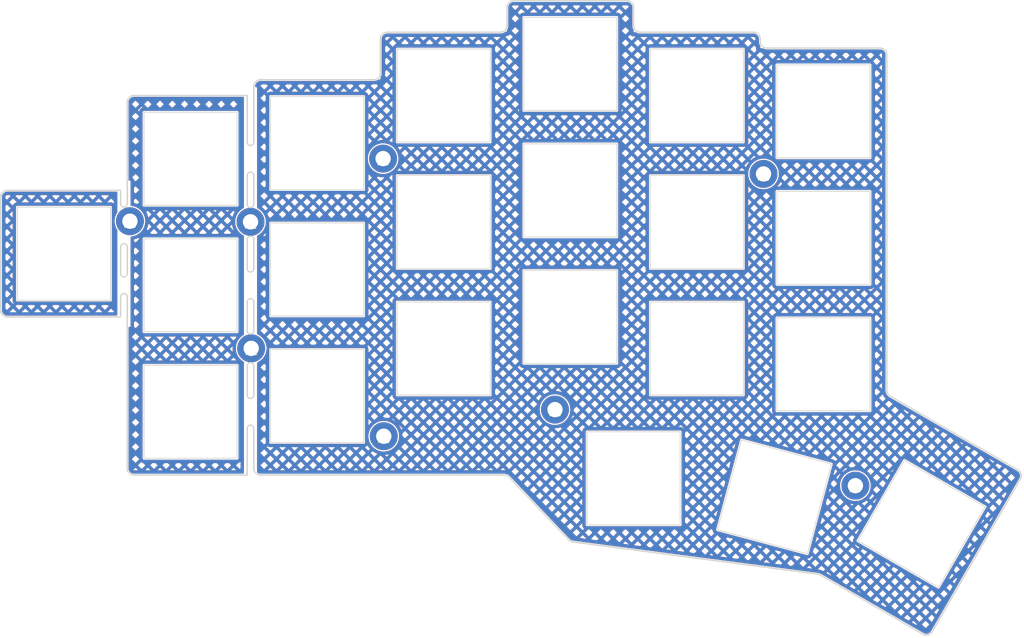
<source format=kicad_pcb>
(kicad_pcb (version 20210824) (generator pcbnew)
  (layers (0 "F.Cu" signal) (31 "B.Cu" signal) (34 "B.Paste" user) (35 "F.Paste" user) (36 "B.SilkS" user "B.Silkscreen") (37 "F.SilkS" user "F.Silkscreen") (38 "B.Mask" user) (39 "F.Mask" user) (44 "Edge.Cuts" user))
  (net 0 "")
  (footprint "kbd:SW_Hole" (layer "F.Cu") (at 42.721463 76.099368)
    (fp_text reference "K18" hide)
    (fp_text value "KEYSW" hide)
    (fp_line (start -7 -7) (end -7 7) (layer "Edge.Cuts") (width 0.12))
    (fp_line (start 7 -7) (end -7 -7) (layer "Edge.Cuts") (width 0.12))
    (fp_line (start 7 7) (end 7 -7) (layer "Edge.Cuts") (width 0.12))
    (fp_line (start -7 7) (end 7 7) (layer "Edge.Cuts") (width 0.12))
  )
  (footprint "kbd:SW_Hole" (layer "F.Cu") (at 118.721463 47.599367)
    (fp_text reference "K21" hide)
    (fp_text value "KEYSW" hide)
    (fp_line (start -7 -7) (end -7 7) (layer "Edge.Cuts") (width 0.12))
    (fp_line (start 7 -7) (end -7 -7) (layer "Edge.Cuts") (width 0.12))
    (fp_line (start -7 7) (end 7 7) (layer "Edge.Cuts") (width 0.12))
    (fp_line (start 7 7) (end 7 -7) (layer "Edge.Cuts") (width 0.12))
  )
  (footprint "kbd:SW_Hole" (layer "F.Cu") (at 42.721463 57.099368)
    (fp_text reference "K14" hide)
    (fp_text value "KEYSW" hide)
    (fp_line (start -7 -7) (end -7 7) (layer "Edge.Cuts") (width 0.12))
    (fp_line (start 7 -7) (end -7 -7) (layer "Edge.Cuts") (width 0.12))
    (fp_line (start 7 7) (end 7 -7) (layer "Edge.Cuts") (width 0.12))
    (fp_line (start -7 7) (end 7 7) (layer "Edge.Cuts") (width 0.12))
  )
  (footprint "kbd:SW_Hole" (layer "F.Cu") (at 61.721463 35.724368)
    (fp_text reference "K13" hide)
    (fp_text value "KEYSW" hide)
    (fp_line (start -7 -7) (end -7 7) (layer "Edge.Cuts") (width 0.12))
    (fp_line (start -7 7) (end 7 7) (layer "Edge.Cuts") (width 0.12))
    (fp_line (start 7 -7) (end -7 -7) (layer "Edge.Cuts") (width 0.12))
    (fp_line (start 7 7) (end 7 -7) (layer "Edge.Cuts") (width 0.12))
  )
  (footprint "kbd:SW_Hole" (layer "F.Cu") (at 152.426296 92.925796 60)
    (fp_text reference "K22" hide)
    (fp_text value "KEYSW" hide)
    (fp_line (start -7 7) (end 7 7) (layer "Edge.Cuts") (width 0.12))
    (fp_line (start 7 -7) (end -7 -7) (layer "Edge.Cuts") (width 0.12))
    (fp_line (start -7 -7) (end -7 7) (layer "Edge.Cuts") (width 0.12))
    (fp_line (start 7 7) (end 7 -7) (layer "Edge.Cuts") (width 0.12))
  )
  (footprint "kbd:M2_Hole_TH" (layer "F.Cu") (at 128.721463 40.374367)
    (fp_text reference "H8" (at 0 0.5) (layer "F.SilkS"))
    (fp_text value "MountingHole")
    (pad "" thru_hole circle (at 0 0) (size 4.2 4.2) (drill 2.3) (layers *.Cu *.Mask))
  )
  (footprint "kbd:SW_Hole" (layer "F.Cu") (at 80.721463 66.599368)
    (fp_text reference "K9" hide)
    (fp_text value "KEYSW" hide)
    (fp_line (start -7 7) (end 7 7) (layer "Edge.Cuts") (width 0.12))
    (fp_line (start -7 -7) (end -7 7) (layer "Edge.Cuts") (width 0.12))
    (fp_line (start 7 7) (end 7 -7) (layer "Edge.Cuts") (width 0.12))
    (fp_line (start 7 -7) (end -7 -7) (layer "Edge.Cuts") (width 0.12))
  )
  (footprint "kbd:M2_Hole_TH" (layer "F.Cu") (at 71.621463 38.074367)
    (fp_text reference "H4" (at 0 0.5) (layer "F.SilkS"))
    (fp_text value "MountingHole")
    (pad "" thru_hole circle (at 0 0) (size 4.2 4.2) (drill 2.3) (layers *.Cu *.Mask))
  )
  (footprint "kbd:SW_Hole" (layer "F.Cu") (at 130.35654 88.881582 -15)
    (fp_text reference "K1" hide)
    (fp_text value "KEYSW" hide)
    (fp_line (start -7 7) (end 7 7) (layer "Edge.Cuts") (width 0.12))
    (fp_line (start -7 -7) (end -7 7) (layer "Edge.Cuts") (width 0.12))
    (fp_line (start 7 7) (end 7 -7) (layer "Edge.Cuts") (width 0.12))
    (fp_line (start 7 -7) (end -7 -7) (layer "Edge.Cuts") (width 0.12))
  )
  (footprint "kbd:SW_Hole" (layer "F.Cu") (at 99.721463 23.849368)
    (fp_text reference "K11" hide)
    (fp_text value "KEYSW" hide)
    (fp_line (start 7 -7) (end -7 -7) (layer "Edge.Cuts") (width 0.12))
    (fp_line (start -7 7) (end 7 7) (layer "Edge.Cuts") (width 0.12))
    (fp_line (start 7 7) (end 7 -7) (layer "Edge.Cuts") (width 0.12))
    (fp_line (start -7 -7) (end -7 7) (layer "Edge.Cuts") (width 0.12))
  )
  (footprint "kbd:M2_Hole_TH" (layer "F.Cu") (at 51.821463 66.574367)
    (fp_text reference "H2" (at 0 0.5) (layer "F.SilkS"))
    (fp_text value "MountingHole")
    (pad "" thru_hole circle (at 0 0) (size 4.2 4.2) (drill 2.3) (layers *.Cu *.Mask))
  )
  (footprint "kbd:SW_Hole" (layer "F.Cu") (at 42.721463 38.099368)
    (fp_text reference "K7" hide)
    (fp_text value "KEYSW" hide)
    (fp_line (start -7 -7) (end -7 7) (layer "Edge.Cuts") (width 0.12))
    (fp_line (start -7 7) (end 7 7) (layer "Edge.Cuts") (width 0.12))
    (fp_line (start 7 7) (end 7 -7) (layer "Edge.Cuts") (width 0.12))
    (fp_line (start 7 -7) (end -7 -7) (layer "Edge.Cuts") (width 0.12))
  )
  (footprint "kbd:SW_Hole" (layer "F.Cu") (at 118.721463 66.599367)
    (fp_text reference "K12" hide)
    (fp_text value "KEYSW" hide)
    (fp_line (start 7 -7) (end -7 -7) (layer "Edge.Cuts") (width 0.12))
    (fp_line (start -7 7) (end 7 7) (layer "Edge.Cuts") (width 0.12))
    (fp_line (start 7 7) (end 7 -7) (layer "Edge.Cuts") (width 0.12))
    (fp_line (start -7 -7) (end -7 7) (layer "Edge.Cuts") (width 0.12))
  )
  (footprint "kbd:M2_Hole_TH" (layer "F.Cu") (at 33.621463 47.474367)
    (fp_text reference "H3" (at 0 0.5) (layer "F.SilkS"))
    (fp_text value "MountingHole")
    (pad "" thru_hole circle (at 0 0) (size 4.2 4.2) (drill 2.3) (layers *.Cu *.Mask))
  )
  (footprint "kbd:M2_Hole_TH" (layer "F.Cu") (at 51.721463 47.574367)
    (fp_text reference "H1" (at 0 0.5) (layer "F.SilkS"))
    (fp_text value "MountingHole")
    (pad "" thru_hole circle (at 0 0) (size 4.2 4.2) (drill 2.3) (layers *.Cu *.Mask))
  )
  (footprint "kbd:SW_Hole" (layer "F.Cu") (at 118.721463 28.599367)
    (fp_text reference "K16" hide)
    (fp_text value "KEYSW" hide)
    (fp_line (start -7 7) (end 7 7) (layer "Edge.Cuts") (width 0.12))
    (fp_line (start 7 7) (end 7 -7) (layer "Edge.Cuts") (width 0.12))
    (fp_line (start -7 -7) (end -7 7) (layer "Edge.Cuts") (width 0.12))
    (fp_line (start 7 -7) (end -7 -7) (layer "Edge.Cuts") (width 0.12))
  )
  (footprint "kbd:SW_Hole" (layer "F.Cu") (at 80.721463 47.599368)
    (fp_text reference "K6" hide)
    (fp_text value "KEYSW" hide)
    (fp_line (start -7 7) (end 7 7) (layer "Edge.Cuts") (width 0.12))
    (fp_line (start 7 7) (end 7 -7) (layer "Edge.Cuts") (width 0.12))
    (fp_line (start -7 -7) (end -7 7) (layer "Edge.Cuts") (width 0.12))
    (fp_line (start 7 -7) (end -7 -7) (layer "Edge.Cuts") (width 0.12))
  )
  (footprint "kbd:M2_Hole_TH" (layer "F.Cu") (at 97.421463 75.774367)
    (fp_text reference "H6" (at 0 0.5) (layer "F.SilkS"))
    (fp_text value "MountingHole")
    (pad "" thru_hole circle (at 0 0) (size 4.2 4.2) (drill 2.3) (layers *.Cu *.Mask))
  )
  (footprint "kbd:SW_Hole" (layer "F.Cu") (at 109.221463 86.099097)
    (fp_text reference "K5" hide)
    (fp_text value "KEYSW" hide)
    (fp_line (start -7 7) (end 7 7) (layer "Edge.Cuts") (width 0.12))
    (fp_line (start 7 -7) (end -7 -7) (layer "Edge.Cuts") (width 0.12))
    (fp_line (start -7 -7) (end -7 7) (layer "Edge.Cuts") (width 0.12))
    (fp_line (start 7 7) (end 7 -7) (layer "Edge.Cuts") (width 0.12))
  )
  (footprint "kbd:SW_Hole" (layer "F.Cu") (at 137.721463 49.974367)
    (fp_text reference "K3" hide)
    (fp_text value "KEYSW" hide)
    (fp_line (start -7 -7) (end -7 7) (layer "Edge.Cuts") (width 0.12))
    (fp_line (start -7 7) (end 7 7) (layer "Edge.Cuts") (width 0.12))
    (fp_line (start 7 -7) (end -7 -7) (layer "Edge.Cuts") (width 0.12))
    (fp_line (start 7 7) (end 7 -7) (layer "Edge.Cuts") (width 0.12))
  )
  (footprint "kbd:SW_Hole" (layer "F.Cu") (at 23.721464 52.349367)
    (fp_text reference "K10" hide)
    (fp_text value "KEYSW" hide)
    (fp_line (start -7 -7) (end -7 7) (layer "Edge.Cuts") (width 0.12))
    (fp_line (start 7 -7) (end -7 -7) (layer "Edge.Cuts") (width 0.12))
    (fp_line (start -7 7) (end 7 7) (layer "Edge.Cuts") (width 0.12))
    (fp_line (start 7 7) (end 7 -7) (layer "Edge.Cuts") (width 0.12))
  )
  (footprint "kbd:SW_Hole" (layer "F.Cu") (at 99.721463 42.849368)
    (fp_text reference "K19" hide)
    (fp_text value "KEYSW" hide)
    (fp_line (start -7 7) (end 7 7) (layer "Edge.Cuts") (width 0.12))
    (fp_line (start -7 -7) (end -7 7) (layer "Edge.Cuts") (width 0.12))
    (fp_line (start 7 -7) (end -7 -7) (layer "Edge.Cuts") (width 0.12))
    (fp_line (start 7 7) (end 7 -7) (layer "Edge.Cuts") (width 0.12))
  )
  (footprint "kbd:SW_Hole" (layer "F.Cu") (at 61.721463 73.724368)
    (fp_text reference "K8" hide)
    (fp_text value "KEYSW" hide)
    (fp_line (start -7 7) (end 7 7) (layer "Edge.Cuts") (width 0.12))
    (fp_line (start 7 -7) (end -7 -7) (layer "Edge.Cuts") (width 0.12))
    (fp_line (start -7 -7) (end -7 7) (layer "Edge.Cuts") (width 0.12))
    (fp_line (start 7 7) (end 7 -7) (layer "Edge.Cuts") (width 0.12))
  )
  (footprint "kbd:M2_Hole_TH" (layer "F.Cu") (at 71.721463 79.774367)
    (fp_text reference "H5" (at 0 0.5) (layer "F.SilkS"))
    (fp_text value "MountingHole")
    (pad "" thru_hole circle (at 0 0) (size 4.2 4.2) (drill 2.3) (layers *.Cu *.Mask))
  )
  (footprint "kbd:SW_Hole" (layer "F.Cu") (at 137.721463 30.974367)
    (fp_text reference "K4" hide)
    (fp_text value "KEYSW" hide)
    (fp_line (start 7 7) (end 7 -7) (layer "Edge.Cuts") (width 0.12))
    (fp_line (start -7 7) (end 7 7) (layer "Edge.Cuts") (width 0.12))
    (fp_line (start 7 -7) (end -7 -7) (layer "Edge.Cuts") (width 0.12))
    (fp_line (start -7 -7) (end -7 7) (layer "Edge.Cuts") (width 0.12))
  )
  (footprint "kbd:SW_Hole" (layer "F.Cu") (at 137.721463 68.974367)
    (fp_text reference "K2" hide)
    (fp_text value "KEYSW" hide)
    (fp_line (start -7 7) (end 7 7) (layer "Edge.Cuts") (width 0.12))
    (fp_line (start -7 -7) (end -7 7) (layer "Edge.Cuts") (width 0.12))
    (fp_line (start 7 7) (end 7 -7) (layer "Edge.Cuts") (width 0.12))
    (fp_line (start 7 -7) (end -7 -7) (layer "Edge.Cuts") (width 0.12))
  )
  (footprint "kbd:SW_Hole" (layer "F.Cu") (at 99.721463 61.849368)
    (fp_text reference "K15" hide)
    (fp_text value "KEYSW" hide)
    (fp_line (start 7 -7) (end -7 -7) (layer "Edge.Cuts") (width 0.12))
    (fp_line (start -7 -7) (end -7 7) (layer "Edge.Cuts") (width 0.12))
    (fp_line (start 7 7) (end 7 -7) (layer "Edge.Cuts") (width 0.12))
    (fp_line (start -7 7) (end 7 7) (layer "Edge.Cuts") (width 0.12))
  )
  (footprint "kbd:M2_Hole_TH" (layer "F.Cu") (at 142.507505 87.19918)
    (fp_text reference "H9" (at 0 0.5) (layer "F.SilkS"))
    (fp_text value "MountingHole")
    (pad "" thru_hole circle (at 0 0) (size 4.2 4.2) (drill 2.3) (layers *.Cu *.Mask))
  )
  (footprint "kbd:SW_Hole" (layer "F.Cu") (at 61.721463 54.724368)
    (fp_text reference "K17" hide)
    (fp_text value "KEYSW" hide)
    (fp_line (start -7 -7) (end -7 7) (layer "Edge.Cuts") (width 0.12))
    (fp_line (start 7 7) (end 7 -7) (layer "Edge.Cuts") (width 0.12))
    (fp_line (start 7 -7) (end -7 -7) (layer "Edge.Cuts") (width 0.12))
    (fp_line (start -7 7) (end 7 7) (layer "Edge.Cuts") (width 0.12))
  )
  (footprint "kbd:SW_Hole" (layer "F.Cu") (at 80.721463 28.599368)
    (fp_text reference "K20" hide)
    (fp_text value "KEYSW" hide)
    (fp_line (start -7 7) (end 7 7) (layer "Edge.Cuts") (width 0.12))
    (fp_line (start -7 -7) (end -7 7) (layer "Edge.Cuts") (width 0.12))
    (fp_line (start 7 7) (end 7 -7) (layer "Edge.Cuts") (width 0.12))
    (fp_line (start 7 -7) (end -7 -7) (layer "Edge.Cuts") (width 0.12))
  )
  (gr_arc (start 89.796623 86.588971) (end 90.514076 85.907372) (angle -46.46802851) (layer "Edge.Cuts") (width 0.2))
  (gr_line (start 52.221491 40.599328) (end 52.22149 44.924327) (layer "Edge.Cuts") (width 0.2))
  (gr_arc (start 51.72149 50.224327) (end 52.22149 50.224327) (angle -180) (layer "Edge.Cuts") (width 0.2))
  (gr_line (start 51.221491 54.599327) (end 51.22149 50.224327) (layer "Edge.Cuts") (width 0.2))
  (gr_arc (start 166.412511 85.70096) (end 167.278537 86.20096) (angle -90) (layer "Edge.Cuts") (width 0.2))
  (gr_arc (start 51.721463 59.599366) (end 52.221463 59.599366) (angle -180) (layer "Edge.Cuts") (width 0.2))
  (gr_arc (start 89.221463 18.099368) (end 89.221463 19.099368) (angle -90) (layer "Edge.Cuts") (width 0.2))
  (gr_line (start 15.221464 42.849368) (end 32.221465 42.849368) (layer "Edge.Cuts") (width 0.2))
  (gr_line (start 32.221464 51.349368) (end 32.221464 55.349368) (layer "Edge.Cuts") (width 0.2))
  (gr_line (start 52.221463 35.599367) (end 52.221463 27.224367) (layer "Edge.Cuts") (width 0.2))
  (gr_line (start 99.480311 95.345258) (end 90.514076 85.907372) (layer "Edge.Cuts") (width 0.2))
  (gr_arc (start 51.721463 40.599367) (end 52.221463 40.599367) (angle -180) (layer "Edge.Cuts") (width 0.2))
  (gr_line (start 147.721463 73.754978) (end 166.912511 84.834934) (layer "Edge.Cuts") (width 0.2))
  (gr_line (start 147.221463 22.474368) (end 147.221463 72.888952) (layer "Edge.Cuts") (width 0.2))
  (gr_arc (start 32.721463 55.349368) (end 32.221463 55.349368) (angle -180) (layer "Edge.Cuts") (width 0.2))
  (gr_line (start 51.221463 28.599368) (end 51.221463 35.599367) (layer "Edge.Cuts") (width 0.2))
  (gr_line (start 32.221464 42.849368) (end 32.221464 44.849368) (layer "Edge.Cuts") (width 0.2))
  (gr_arc (start 70.221463 25.224368) (end 70.221463 26.224368) (angle -90) (layer "Edge.Cuts") (width 0.2))
  (gr_arc (start 51.721463 73.599366) (end 51.221463 73.599366) (angle -180) (layer "Edge.Cuts") (width 0.2))
  (gr_line (start 52.221463 84.599366) (end 52.221463 78.599366) (layer "Edge.Cuts") (width 0.2))
  (gr_line (start 52.221491 54.599327) (end 52.22149 50.224327) (layer "Edge.Cuts") (width 0.2))
  (gr_arc (start 53.221463 84.599366) (end 52.221463 84.599366) (angle -90) (layer "Edge.Cuts") (width 0.2))
  (gr_line (start 71.221463 25.224368) (end 71.221463 20.099368) (layer "Edge.Cuts") (width 0.2))
  (gr_arc (start 146.221463 22.474368) (end 147.221463 22.474368) (angle -90) (layer "Edge.Cuts") (width 0.2))
  (gr_arc (start 108.221463 15.349368) (end 109.221463 15.349368) (angle -90) (layer "Edge.Cuts") (width 0.2))
  (gr_line (start 110.221463 19.099367) (end 127.221463 19.099367) (layer "Edge.Cuts") (width 0.2))
  (gr_line (start 51.22149 69.224327) (end 51.221491 73.599327) (layer "Edge.Cuts") (width 0.2))
  (gr_line (start 89.796623 85.599366) (end 53.221463 85.599366) (layer "Edge.Cuts") (width 0.2))
  (gr_line (start 152.662511 109.516658) (end 137.244527 100.615081) (layer "Edge.Cuts") (width 0.2))
  (gr_arc (start 110.221463 18.099368) (end 109.221463 18.099367) (angle -90) (layer "Edge.Cuts") (width 0.2))
  (gr_line (start 33.221463 84.609762) (end 33.221464 58.849368) (layer "Edge.Cuts") (width 0.2))
  (gr_arc (start 51.721463 54.599366) (end 51.221463 54.599366) (angle -180) (layer "Edge.Cuts") (width 0.2))
  (gr_arc (start 51.721463 78.599366) (end 52.221463 78.599366) (angle -180) (layer "Edge.Cuts") (width 0.2))
  (gr_arc (start 32.721464 44.849368) (end 32.221464 44.849368) (angle -180) (layer "Edge.Cuts") (width 0.2))
  (gr_line (start 51.221463 78.599366) (end 51.221463 85.599366) (layer "Edge.Cuts") (width 0.2))
  (gr_arc (start 34.211068 84.609762) (end 33.221463 84.609762) (angle -90) (layer "Edge.Cuts") (width 0.2))
  (gr_line (start 51.221463 85.599366) (end 34.211068 85.599366) (layer "Edge.Cuts") (width 0.2))
  (gr_arc (start 53.221463 27.224368) (end 53.221463 26.224368) (angle -90) (layer "Edge.Cuts") (width 0.2))
  (gr_line (start 53.221463 26.224368) (end 70.221463 26.224368) (layer "Edge.Cuts") (width 0.2))
  (gr_line (start 14.221465 60.849368) (end 14.221465 43.849369) (layer "Edge.Cuts") (width 0.2))
  (gr_arc (start 15.221464 60.849368) (end 14.221465 60.849368) (angle -90) (layer "Edge.Cuts") (width 0.2))
  (gr_arc (start 15.221465 43.849368) (end 15.221464 42.849368) (angle -90) (layer "Edge.Cuts") (width 0.2))
  (gr_line (start 32.221464 58.849368) (end 32.221464 61.849368) (layer "Edge.Cuts") (width 0.2))
  (gr_line (start 52.221491 73.599327) (end 52.22149 69.224327) (layer "Edge.Cuts") (width 0.2))
  (gr_arc (start 51.72149 44.924327) (end 51.22149 44.924327) (angle -180) (layer "Edge.Cuts") (width 0.2))
  (gr_arc (start 129.221463 20.474367) (end 128.221463 20.474367) (angle -90) (layer "Edge.Cuts") (width 0.2))
  (gr_arc (start 91.221463 15.349368) (end 91.221463 14.349368) (angle -90) (layer "Edge.Cuts") (width 0.2))
  (gr_arc (start 127.221463 20.099367) (end 128.221463 20.099367) (angle -90) (layer "Edge.Cuts") (width 0.2))
  (gr_arc (start 100.197764 94.663659) (end 99.480311 95.345258) (angle -38.96802851) (layer "Edge.Cuts") (width 0.2))
  (gr_line (start 136.878894 100.490965) (end 100.068595 95.644797) (layer "Edge.Cuts") (width 0.2))
  (gr_line (start 33.221464 44.849368) (end 33.221464 29.599368) (layer "Edge.Cuts") (width 0.2))
  (gr_line (start 33.221463 55.349368) (end 33.221463 51.349368) (layer "Edge.Cuts") (width 0.2))
  (gr_line (start 109.221463 15.349368) (end 109.221463 18.099367) (layer "Edge.Cuts") (width 0.2))
  (gr_line (start 128.221463 20.099367) (end 128.221463 20.474367) (layer "Edge.Cuts") (width 0.2))
  (gr_arc (start 34.221464 29.599368) (end 34.221464 28.599368) (angle -90) (layer "Edge.Cuts") (width 0.2))
  (gr_line (start 52.22149 63.924327) (end 52.221491 59.599327) (layer "Edge.Cuts") (width 0.2))
  (gr_line (start 129.221463 21.474367) (end 146.221463 21.474368) (layer "Edge.Cuts") (width 0.2))
  (gr_line (start 167.278537 86.20096) (end 154.028537 109.150633) (layer "Edge.Cuts") (width 0.2))
  (gr_arc (start 51.72149 69.224327) (end 52.22149 69.224327) (angle -180) (layer "Edge.Cuts") (width 0.2))
  (gr_arc (start 51.721463 35.599367) (end 51.221463 35.599367) (angle -180) (layer "Edge.Cuts") (width 0.2))
  (gr_arc (start 136.749724 101.472103) (end 137.244527 100.615081) (angle -22.5) (layer "Edge.Cuts") (width 0.2))
  (gr_arc (start 148.221463 72.888952) (end 147.221463 72.888952) (angle -60) (layer "Edge.Cuts") (width 0.2))
  (gr_line (start 51.221491 40.599328) (end 51.22149 44.924327) (layer "Edge.Cuts") (width 0.2))
  (gr_arc (start 32.721462 51.349368) (end 33.221462 51.349368) (angle -180) (layer "Edge.Cuts") (width 0.2))
  (gr_arc (start 51.72149 63.924327) (end 51.22149 63.924327) (angle -180) (layer "Edge.Cuts") (width 0.2))
  (gr_arc (start 32.721464 58.849368) (end 33.221464 58.849368) (angle -180) (layer "Edge.Cuts") (width 0.2))
  (gr_arc (start 72.221463 20.099368) (end 72.221463 19.099367) (angle -90) (layer "Edge.Cuts") (width 0.2))
  (gr_line (start 90.221463 18.099368) (end 90.221463 15.349368) (layer "Edge.Cuts") (width 0.2))
  (gr_line (start 32.221464 61.849368) (end 15.221464 61.849368) (layer "Edge.Cuts") (width 0.2))
  (gr_line (start 91.221463 14.349368) (end 108.221463 14.349368) (layer "Edge.Cuts") (width 0.2))
  (gr_line (start 72.221463 19.099367) (end 89.221463 19.099368) (layer "Edge.Cuts") (width 0.2))
  (gr_arc (start 153.162511 108.650633) (end 152.662511 109.516658) (angle -90) (layer "Edge.Cuts") (width 0.2))
  (gr_line (start 34.221464 28.599368) (end 51.221463 28.599368) (layer "Edge.Cuts") (width 0.2))
  (gr_line (start 51.22149 63.924327) (end 51.221491 59.599327) (layer "Edge.Cuts") (width 0.2))
  (zone (net 0) (net_name "") (layers F&B.Cu) (priority 1) (connect_pads (clearance 0.2)) (min_thickness 0.25) (fill yes (mode hatch) (thermal_gap 0.5) (thermal_bridge_width 0.5) (hatch_thickness 0.5) (hatch_gap 0.8) (hatch_orientation 45) (hatch_border_algorithm hatch_thickness) (hatch_min_hole_area 0.3))
    (polygon (pts (xy 109.221463 19.104952) (xy 128.221463 19.104952) (xy 128.221463 21.504952) (xy 147.221463 21.504952) (xy 147.221463 23.804952) (xy 147.721464 73.349367) (xy 167.821463 85.204952) (xy 153.421463 109.904952) (xy 137.021463 100.504952) (xy 99.721463 95.504952) (xy 90.121463 85.504952) (xy 33.221463 85.604952) (xy 33.221463 61.804952) (xy 14.121463 61.804952) (xy 14.221463 42.904952) (xy 33.221463 42.804952) (xy 33.221463 28.504952) (xy 52.221463 28.504952) (xy 52.221463 26.204952) (xy 71.221463 26.204952) (xy 71.221463 19.004952) (xy 90.221463 19.004952) (xy 90.221463 14.304952) (xy 109.221463 14.304952)))
  )
  (zone (net 0) (net_name "") (layers F&B.Cu) (connect_pads (clearance 0)) (min_thickness 0.254)
    (keepout (tracks not_allowed) (vias not_allowed) (pads not_allowed) (copperpour not_allowed) (footprints allowed))
    (fill (thermal_gap 0.508) (thermal_bridge_width 0.508))
    (polygon (pts (xy 52.721463 86.099367) (xy 50.721463 86.099367) (xy 50.721463 27.349367) (xy 52.721463 27.349367)))
  )
  (zone (net 0) (net_name "") (layers F&B.Cu) (connect_pads (clearance 0)) (min_thickness 0.254)
    (keepout (tracks not_allowed) (vias not_allowed) (pads not_allowed) (copperpour not_allowed) (footprints allowed))
    (fill (thermal_gap 0.508) (thermal_bridge_width 0.508))
    (polygon (pts (xy 33.721463 63.349367) (xy 31.721463 63.349367) (xy 31.721463 41.849367) (xy 33.721463 41.349367)))
  )
)
</source>
